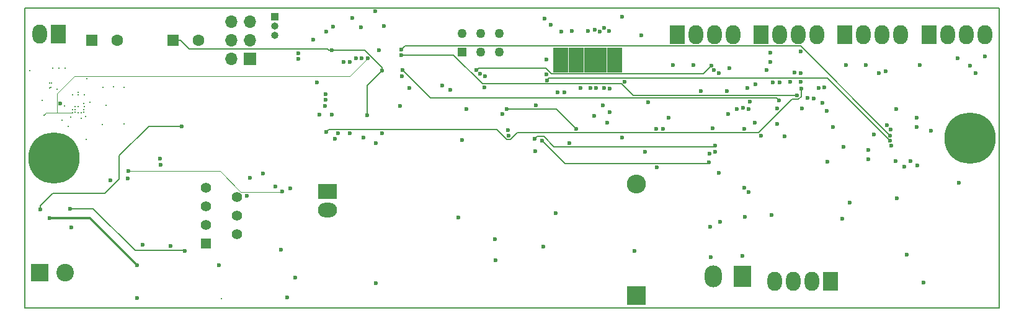
<source format=gbr>
G04 #@! TF.FileFunction,Copper,L4,Inr,Signal*
%FSLAX46Y46*%
G04 Gerber Fmt 4.6, Leading zero omitted, Abs format (unit mm)*
G04 Created by KiCad (PCBNEW 4.0.7) date 06/06/18 14:30:24*
%MOMM*%
%LPD*%
G01*
G04 APERTURE LIST*
%ADD10C,0.100000*%
%ADD11C,0.150000*%
%ADD12R,1.600000X1.600000*%
%ADD13C,1.600000*%
%ADD14R,2.600000X2.600000*%
%ADD15O,2.600000X2.600000*%
%ADD16C,7.000000*%
%ADD17R,1.700000X1.700000*%
%ADD18O,1.700000X1.700000*%
%ADD19R,1.000000X1.000000*%
%ADD20O,1.000000X1.000000*%
%ADD21R,2.350000X3.000000*%
%ADD22O,2.350000X3.000000*%
%ADD23C,1.270000*%
%ADD24R,1.270000X1.270000*%
%ADD25R,2.000000X2.600000*%
%ADD26O,2.000000X2.600000*%
%ADD27R,1.397000X1.397000*%
%ADD28C,1.397000*%
%ADD29R,1.100000X0.890000*%
%ADD30R,2.600000X2.000000*%
%ADD31O,2.600000X2.000000*%
%ADD32C,2.400000*%
%ADD33R,2.400000X2.400000*%
%ADD34C,0.600000*%
%ADD35C,0.200000*%
%ADD36C,0.200000*%
%ADD37C,0.300000*%
G04 APERTURE END LIST*
D10*
D11*
X25000000Y-164000000D02*
X25000000Y-123000000D01*
X158000000Y-164000000D02*
X25000000Y-164000000D01*
X158000000Y-123000000D02*
X158000000Y-164000000D01*
X25000000Y-123000000D02*
X158000000Y-123000000D01*
D12*
X45200000Y-127450000D03*
D13*
X48700000Y-127450000D03*
D12*
X34100000Y-127450000D03*
D13*
X37600000Y-127450000D03*
D14*
X108490000Y-162350000D03*
D15*
X108490000Y-147110000D03*
D16*
X154010000Y-140810000D03*
D17*
X55690000Y-129950000D03*
D18*
X53150000Y-129950000D03*
X55690000Y-127410000D03*
X53150000Y-127410000D03*
X55690000Y-124870000D03*
X53150000Y-124870000D03*
D19*
X59090000Y-124250000D03*
D20*
X59090000Y-125520000D03*
X59090000Y-126790000D03*
D21*
X122950000Y-159700000D03*
D22*
X118990000Y-159700000D03*
D23*
X84690000Y-126480000D03*
X87230000Y-126480000D03*
X89770000Y-126480000D03*
D24*
X84690000Y-129020000D03*
D23*
X87230000Y-129020000D03*
X89770000Y-129020000D03*
D25*
X125520000Y-126650000D03*
D26*
X128060000Y-126650000D03*
X130600000Y-126650000D03*
X133140000Y-126650000D03*
D25*
X114080000Y-126650000D03*
D26*
X116620000Y-126650000D03*
X119160000Y-126650000D03*
X121700000Y-126650000D03*
D25*
X136950000Y-126650000D03*
D26*
X139490000Y-126650000D03*
X142030000Y-126650000D03*
X144570000Y-126650000D03*
D25*
X148400000Y-126650000D03*
D26*
X150940000Y-126650000D03*
X153480000Y-126650000D03*
X156020000Y-126650000D03*
D27*
X49724000Y-155220000D03*
D28*
X53915000Y-153950000D03*
X49724000Y-152680000D03*
X53915000Y-151410000D03*
X49724000Y-150140000D03*
X53915000Y-148870000D03*
X49724000Y-147600000D03*
D29*
X106045000Y-131385000D03*
X106045000Y-130535000D03*
X106045000Y-128835000D03*
X106045000Y-129685000D03*
X104988750Y-129685000D03*
X104988750Y-128835000D03*
X104988750Y-130535000D03*
X104988750Y-131385000D03*
X103932500Y-131385000D03*
X103932500Y-130535000D03*
X103932500Y-128835000D03*
X103932500Y-129685000D03*
X102876250Y-129685000D03*
X102876250Y-128835000D03*
X102876250Y-130535000D03*
X102876250Y-131385000D03*
X101820000Y-131385000D03*
X101820000Y-130535000D03*
X101820000Y-128835000D03*
X101820000Y-129685000D03*
X100763750Y-129685000D03*
X100763750Y-128835000D03*
X100763750Y-130535000D03*
X100763750Y-131385000D03*
X99707500Y-131385000D03*
X99707500Y-130535000D03*
X99707500Y-128835000D03*
X99707500Y-129685000D03*
X98651250Y-129685000D03*
X98651250Y-128835000D03*
X98651250Y-130535000D03*
X98651250Y-131385000D03*
X97595000Y-131385000D03*
X97595000Y-130535000D03*
X97595000Y-128835000D03*
X97595000Y-129685000D03*
D16*
X29000000Y-143500000D03*
D30*
X66330000Y-148100000D03*
D31*
X66330000Y-150640000D03*
D25*
X29550000Y-126600000D03*
D26*
X27010000Y-126600000D03*
D32*
X30500000Y-159200000D03*
D33*
X27000000Y-159200000D03*
D25*
X134950000Y-160350000D03*
D26*
X132410000Y-160350000D03*
X129870000Y-160350000D03*
X127330000Y-160350000D03*
D34*
X117260000Y-134399999D03*
X87680000Y-133900000D03*
X94670000Y-142550000D03*
X126248909Y-131521091D03*
X123975028Y-135790010D03*
X134480000Y-137070000D03*
X146740000Y-139240000D03*
X143876446Y-143973554D03*
X140120000Y-142450000D03*
X133830000Y-135950000D03*
X130070000Y-131800000D03*
X36680000Y-146600000D03*
X43520000Y-144450000D03*
X57460000Y-145630000D03*
X61230000Y-147640000D03*
X71200000Y-140740000D03*
X72875860Y-141510000D03*
X73788316Y-140129999D03*
X83100000Y-134210000D03*
X74020000Y-125490000D03*
X69670000Y-124340000D03*
X67040000Y-125530000D03*
X119004779Y-131524908D03*
X109680000Y-142680000D03*
X112825002Y-138050000D03*
X111250000Y-144743658D03*
X123020000Y-136640000D03*
X121200000Y-131250000D03*
X129480000Y-133059999D03*
X146710000Y-138050000D03*
X145040000Y-144670000D03*
X143960000Y-136820000D03*
X147120000Y-130820000D03*
X154000000Y-130890000D03*
X142520000Y-131670000D03*
X76450000Y-132380000D03*
X77460000Y-133930000D03*
X71740000Y-137670000D03*
X73780000Y-131590000D03*
X66890000Y-128800000D03*
X70910000Y-125610000D03*
X64900000Y-133210000D03*
X72800000Y-123480000D03*
X61930000Y-159850000D03*
X72920000Y-160590000D03*
X99341728Y-141509990D03*
X55700000Y-146190000D03*
X118620000Y-157050000D03*
X90140000Y-137480000D03*
X119890000Y-152200000D03*
X122940000Y-156880000D03*
D35*
X31480000Y-134910000D03*
X25650000Y-131580000D03*
D34*
X44850000Y-155540000D03*
D35*
X51850000Y-162770000D03*
X36110000Y-136300000D03*
X33060000Y-136100000D03*
X32270000Y-134900000D03*
D34*
X119250000Y-142650000D03*
X121030000Y-137480000D03*
X123230000Y-139530000D03*
X156020000Y-129600000D03*
X145390000Y-156730000D03*
X123760000Y-136800000D03*
X123180000Y-147610000D03*
X96170000Y-130030000D03*
X134500000Y-144030000D03*
X123640000Y-133960000D03*
X104100000Y-125750000D03*
X95960000Y-124430000D03*
X96750000Y-125330000D03*
X106480000Y-124220000D03*
X102800000Y-126030000D03*
X106820000Y-133060000D03*
X102960000Y-133980000D03*
X103860000Y-136350000D03*
X98600000Y-134520000D03*
X104820000Y-137290000D03*
X104810000Y-133990000D03*
X152510000Y-146890000D03*
X144050000Y-149060000D03*
X146780000Y-144560000D03*
X102160000Y-133970000D03*
X102720000Y-137760000D03*
X46420000Y-139170000D03*
X27100000Y-150500000D03*
X154810000Y-131920000D03*
X130880000Y-133090000D03*
X87770000Y-132360000D03*
X65970000Y-136420000D03*
X87155891Y-132024014D03*
X141580000Y-131910000D03*
X130930000Y-131950000D03*
X66010000Y-135530000D03*
X86656890Y-131533081D03*
X118710000Y-130890000D03*
X66050686Y-134800686D03*
X113450000Y-130840000D03*
X116280000Y-130850000D03*
X123250000Y-151540000D03*
X108250000Y-156240000D03*
X118550000Y-152930000D03*
X95740000Y-155630000D03*
X152300000Y-129860000D03*
X119250001Y-141850000D03*
X134110000Y-133860000D03*
X143190000Y-139640000D03*
X126750000Y-130360000D03*
X126750000Y-129140000D03*
X94600000Y-140890000D03*
X68540000Y-130390000D03*
X60100000Y-148110000D03*
X39150000Y-145320000D03*
D35*
X32660000Y-138110000D03*
D34*
X98210000Y-126210000D03*
X123770000Y-148190000D03*
X128660000Y-140550000D03*
X140160000Y-143710000D03*
X125520000Y-140470000D03*
X99620000Y-126160000D03*
X127110000Y-133160000D03*
X103510000Y-126220000D03*
X137630000Y-149590000D03*
X101830000Y-126140000D03*
X136730000Y-142020000D03*
X46840000Y-156200000D03*
X31180000Y-150420000D03*
X41080000Y-155400000D03*
X40330000Y-162610000D03*
X135320000Y-139310000D03*
X104080000Y-133980000D03*
X104470000Y-138690000D03*
X109100000Y-126790000D03*
X104730000Y-126190000D03*
X100820000Y-133950000D03*
X97740000Y-134570000D03*
X143060000Y-141160000D03*
X96240000Y-132890000D03*
X66920000Y-137610000D03*
X84670000Y-141050000D03*
X91010000Y-140500000D03*
X89180000Y-154610000D03*
X89210000Y-157520000D03*
X119710000Y-145570000D03*
D35*
X33070000Y-134900000D03*
X33420000Y-132650000D03*
X31260000Y-137900000D03*
X30450000Y-131200000D03*
X28590000Y-133280000D03*
X28580000Y-133900000D03*
X33270000Y-137870000D03*
X28330000Y-133280000D03*
X28330000Y-133920000D03*
X29600000Y-131220000D03*
X28750000Y-131200000D03*
X29390000Y-134110000D03*
D34*
X124660000Y-138720000D03*
X124740000Y-133450000D03*
X106500000Y-140690000D03*
X131850000Y-135330000D03*
X120850000Y-134400000D03*
X122190000Y-136790000D03*
X132720000Y-135370000D03*
X71773646Y-129879990D03*
D35*
X27580000Y-137650000D03*
X31460000Y-137300000D03*
X33340000Y-140970000D03*
X33060000Y-137290000D03*
X31470000Y-136910000D03*
X27320000Y-135650000D03*
X38540000Y-138840000D03*
X33060000Y-136890000D03*
X31870000Y-136900000D03*
X37070000Y-133820000D03*
X32260000Y-134500000D03*
X35610000Y-133840000D03*
X38520000Y-133840000D03*
X32270000Y-137300000D03*
D34*
X111150000Y-139560000D03*
X112090000Y-139530000D03*
X148690000Y-139780000D03*
X81950000Y-133630000D03*
X137050000Y-130840000D03*
X139760000Y-130850000D03*
X118450002Y-142900000D03*
X67730000Y-140160000D03*
X65210000Y-137590000D03*
X119760000Y-131900000D03*
X130960000Y-134010000D03*
X66090000Y-140000000D03*
X62350000Y-129200000D03*
X70950000Y-129880000D03*
X62320000Y-130000000D03*
X70160000Y-129870000D03*
X73330000Y-128760000D03*
X130360000Y-134990000D03*
X76410000Y-129430000D03*
X127928312Y-135626131D03*
X76540000Y-131490000D03*
X100270000Y-139560001D03*
X90740000Y-136830000D03*
X76240000Y-136390000D03*
X145920000Y-143940000D03*
X140910000Y-140300000D03*
X64340000Y-127340000D03*
X43480000Y-143630000D03*
X142692460Y-139047540D03*
X66150000Y-126270000D03*
X29810000Y-136100000D03*
D35*
X32270000Y-136490000D03*
D34*
X67290000Y-140930000D03*
X31370000Y-153030000D03*
X69340000Y-140130000D03*
X143110000Y-140430000D03*
X76400000Y-128700000D03*
X96160000Y-132100000D03*
X110110000Y-135860000D03*
X126900000Y-151290000D03*
X147690000Y-160540000D03*
X136540000Y-151780000D03*
X55313511Y-148660000D03*
D35*
X30041778Y-138308222D03*
X30360000Y-136390000D03*
X30950000Y-139220000D03*
X33080000Y-136510000D03*
X31870000Y-137280000D03*
X31870000Y-136500000D03*
D34*
X97480000Y-151080000D03*
X84180000Y-151660000D03*
X59930000Y-156070000D03*
X118407773Y-144078886D03*
X133380000Y-133920000D03*
X143250000Y-141860000D03*
X95630000Y-141140000D03*
X69340000Y-130380000D03*
X59200000Y-147400000D03*
X39060000Y-146270000D03*
D35*
X32660000Y-137310000D03*
D34*
X118838554Y-139468554D03*
X127660000Y-138830000D03*
X131060002Y-136765002D03*
X127670000Y-136780000D03*
X128000000Y-133160001D03*
X130930000Y-128980000D03*
X85300000Y-136790000D03*
X94730000Y-136330000D03*
X90900000Y-139710000D03*
D35*
X33890000Y-135900000D03*
X35540000Y-138940000D03*
D34*
X28410000Y-151760000D03*
X60830000Y-162600000D03*
X51500000Y-158130000D03*
X40300000Y-158200000D03*
D36*
X66315736Y-128650000D02*
X47400000Y-128650000D01*
X47400000Y-128650000D02*
X46200000Y-127450000D01*
X46200000Y-127450000D02*
X45200000Y-127450000D01*
X66890000Y-128800000D02*
X66465736Y-128800000D01*
X66465736Y-128800000D02*
X66315736Y-128650000D01*
X73780000Y-131590000D02*
X73780000Y-131165736D01*
X73780000Y-131165736D02*
X71414264Y-128800000D01*
X71414264Y-128800000D02*
X67314264Y-128800000D01*
X67314264Y-128800000D02*
X66890000Y-128800000D01*
X73780000Y-131590000D02*
X71740000Y-133630000D01*
X71740000Y-133630000D02*
X71740000Y-137670000D01*
X37890000Y-143160000D02*
X41880000Y-139170000D01*
X41880000Y-139170000D02*
X46420000Y-139170000D01*
X37890000Y-146420000D02*
X37890000Y-143160000D01*
X35930000Y-148380000D02*
X37890000Y-146420000D01*
X28795736Y-148380000D02*
X35930000Y-148380000D01*
X27100000Y-150500000D02*
X27100000Y-150075736D01*
X27100000Y-150075736D02*
X28795736Y-148380000D01*
X96884999Y-132030001D02*
X96088080Y-131233082D01*
X96088080Y-131233082D02*
X86956889Y-131233082D01*
X118710000Y-130890000D02*
X117569999Y-132030001D01*
X117569999Y-132030001D02*
X96884999Y-132030001D01*
X86956889Y-131233082D02*
X86656890Y-131533081D01*
X94600000Y-140890000D02*
X94899999Y-140590001D01*
X94899999Y-140590001D02*
X95820003Y-140590001D01*
X95820003Y-140590001D02*
X97239993Y-142009991D01*
X97239993Y-142009991D02*
X119090010Y-142009991D01*
X119090010Y-142009991D02*
X119250001Y-141850000D01*
D10*
X54420000Y-148130000D02*
X60080000Y-148130000D01*
X60080000Y-148130000D02*
X60100000Y-148110000D01*
X51610000Y-145320000D02*
X54420000Y-148130000D01*
X39150000Y-145320000D02*
X51610000Y-145320000D01*
D36*
X40030000Y-156150000D02*
X46790000Y-156150000D01*
X46790000Y-156150000D02*
X46840000Y-156200000D01*
X34300000Y-150420000D02*
X40030000Y-156150000D01*
X31180000Y-150420000D02*
X34300000Y-150420000D01*
X143060000Y-141160000D02*
X143099998Y-141160000D01*
X143099998Y-141160000D02*
X134499997Y-132559999D01*
X134499997Y-132559999D02*
X96570001Y-132559999D01*
X96570001Y-132559999D02*
X96539999Y-132590001D01*
X96539999Y-132590001D02*
X96240000Y-132890000D01*
D10*
X69323636Y-132330000D02*
X71473647Y-130179989D01*
X31780000Y-132330000D02*
X69323636Y-132330000D01*
X71473647Y-130179989D02*
X71773646Y-129879990D01*
X29360000Y-134750000D02*
X31780000Y-132330000D01*
X29360000Y-137330000D02*
X29360000Y-134750000D01*
X29360000Y-137330000D02*
X27900000Y-137330000D01*
X30300000Y-137330000D02*
X29360000Y-137330000D01*
X31430000Y-137330000D02*
X30300000Y-137330000D01*
X27900000Y-137330000D02*
X27580000Y-137650000D01*
D36*
X66090000Y-140000000D02*
X66460001Y-139629999D01*
X66460001Y-139629999D02*
X89399997Y-139629999D01*
X89399997Y-139629999D02*
X90769999Y-141000001D01*
X90769999Y-141000001D02*
X91250001Y-141000001D01*
X130960000Y-135130002D02*
X130960000Y-134010000D01*
X91250001Y-141000001D02*
X92190001Y-140060001D01*
X92190001Y-140060001D02*
X125129999Y-140060001D01*
X125129999Y-140060001D02*
X129699999Y-135490001D01*
X129699999Y-135490001D02*
X130600001Y-135490001D01*
X130600001Y-135490001D02*
X130960000Y-135130002D01*
X76410000Y-129430000D02*
X83469998Y-129430000D01*
X83469998Y-129430000D02*
X87429999Y-133390001D01*
X106409999Y-133390001D02*
X108009998Y-134990000D01*
X87429999Y-133390001D02*
X106409999Y-133390001D01*
X108009998Y-134990000D02*
X130360000Y-134990000D01*
X76540000Y-131490000D02*
X80340010Y-135290010D01*
X80340010Y-135290010D02*
X127592191Y-135290010D01*
X127592191Y-135290010D02*
X127928312Y-135626131D01*
X90740000Y-136830000D02*
X97539999Y-136830000D01*
X97539999Y-136830000D02*
X100270000Y-139560001D01*
X76400000Y-128700000D02*
X76915001Y-128184999D01*
X76915001Y-128184999D02*
X130864999Y-128184999D01*
X130864999Y-128184999D02*
X143110000Y-140430000D01*
X95630000Y-141140000D02*
X98733658Y-144243658D01*
X98733658Y-144243658D02*
X118243001Y-144243658D01*
X118243001Y-144243658D02*
X118407773Y-144078886D01*
D37*
X28410000Y-151760000D02*
X33860000Y-151760000D01*
X33860000Y-151760000D02*
X40300000Y-158200000D01*
M02*

</source>
